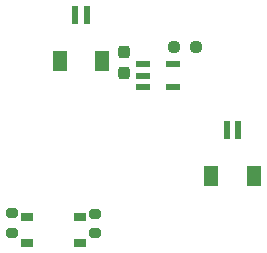
<source format=gbp>
G04 #@! TF.GenerationSoftware,KiCad,Pcbnew,8.0.6*
G04 #@! TF.CreationDate,2025-07-21T23:46:33+02:00*
G04 #@! TF.ProjectId,STM32,53544d33-322e-46b6-9963-61645f706362,rev?*
G04 #@! TF.SameCoordinates,Original*
G04 #@! TF.FileFunction,Paste,Bot*
G04 #@! TF.FilePolarity,Positive*
%FSLAX46Y46*%
G04 Gerber Fmt 4.6, Leading zero omitted, Abs format (unit mm)*
G04 Created by KiCad (PCBNEW 8.0.6) date 2025-07-21 23:46:33*
%MOMM*%
%LPD*%
G01*
G04 APERTURE LIST*
G04 Aperture macros list*
%AMRoundRect*
0 Rectangle with rounded corners*
0 $1 Rounding radius*
0 $2 $3 $4 $5 $6 $7 $8 $9 X,Y pos of 4 corners*
0 Add a 4 corners polygon primitive as box body*
4,1,4,$2,$3,$4,$5,$6,$7,$8,$9,$2,$3,0*
0 Add four circle primitives for the rounded corners*
1,1,$1+$1,$2,$3*
1,1,$1+$1,$4,$5*
1,1,$1+$1,$6,$7*
1,1,$1+$1,$8,$9*
0 Add four rect primitives between the rounded corners*
20,1,$1+$1,$2,$3,$4,$5,0*
20,1,$1+$1,$4,$5,$6,$7,0*
20,1,$1+$1,$6,$7,$8,$9,0*
20,1,$1+$1,$8,$9,$2,$3,0*%
G04 Aperture macros list end*
%ADD10R,0.600000X1.550000*%
%ADD11R,1.200000X1.800000*%
%ADD12RoundRect,0.200000X-0.275000X0.200000X-0.275000X-0.200000X0.275000X-0.200000X0.275000X0.200000X0*%
%ADD13RoundRect,0.237500X0.237500X-0.300000X0.237500X0.300000X-0.237500X0.300000X-0.237500X-0.300000X0*%
%ADD14RoundRect,0.200000X0.275000X-0.200000X0.275000X0.200000X-0.275000X0.200000X-0.275000X-0.200000X0*%
%ADD15R,1.250000X0.500000*%
%ADD16R,0.990600X0.711200*%
%ADD17RoundRect,0.237500X-0.250000X-0.237500X0.250000X-0.237500X0.250000X0.237500X-0.250000X0.237500X0*%
G04 APERTURE END LIST*
D10*
X150650000Y-84575000D03*
X149650000Y-84575000D03*
D11*
X151950000Y-88450000D03*
X148350000Y-88450000D03*
D12*
X138475000Y-91665000D03*
X138475000Y-93315000D03*
D13*
X140950000Y-79737500D03*
X140950000Y-78012500D03*
D14*
X131475000Y-93300000D03*
X131475000Y-91650000D03*
D15*
X142600002Y-80924998D03*
X142600000Y-79975000D03*
X142599998Y-79024998D03*
X145099998Y-79025002D03*
X145100002Y-80925002D03*
D10*
X137825000Y-74850000D03*
X136825000Y-74850000D03*
D11*
X139125000Y-78725000D03*
X135525000Y-78725000D03*
D16*
X132719996Y-94129998D03*
X137219999Y-94129998D03*
X132719997Y-91980000D03*
X137220000Y-91980000D03*
D17*
X145212500Y-77550000D03*
X147037500Y-77550000D03*
M02*

</source>
